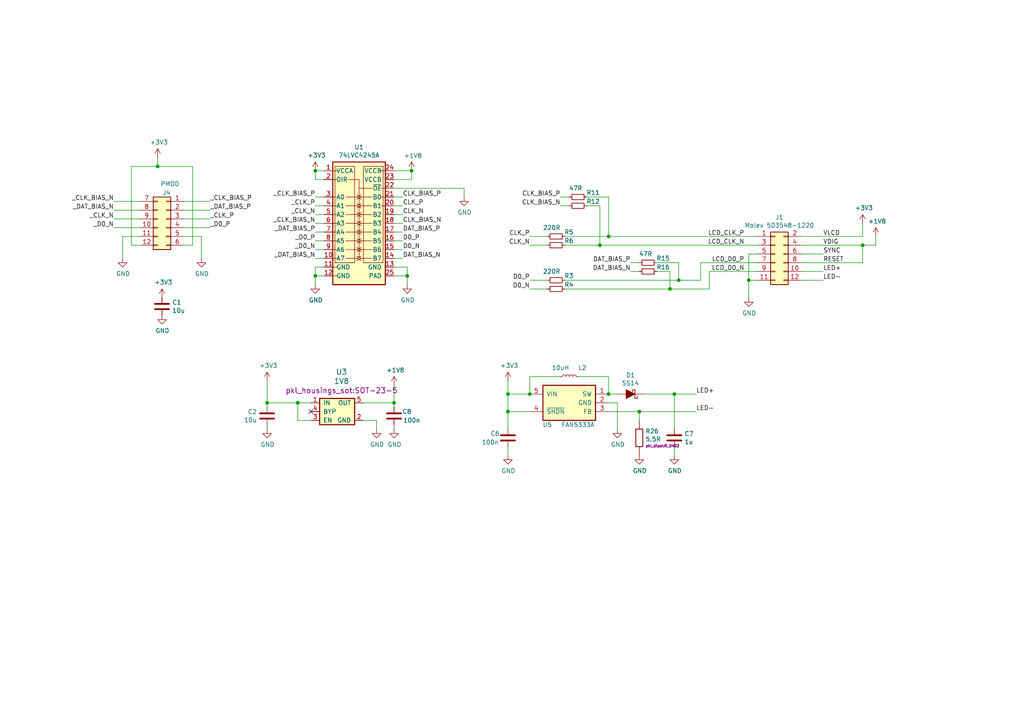
<source format=kicad_sch>
(kicad_sch (version 20230121) (generator eeschema)
  (paper "A4")
  (title_block (title "iCEBreaker PMOD - MIPI iPod 6 display") (date "2018-11-11") (rev "V1.0a") (company "GsD") (comment 1 "2018 (C) Greg Davill<greg.davill@gmail.com>") (comment 3 "License: CC-BY-SA 4.0"))
  (lib_symbols
    (symbol "Connector_Generic:Conn_02x06_Top_Bottom" (pin_names (offset 1.016) hide)
      (property "Reference" "J" (at 1.27 7.62 0))
      (property "Value" "Conn_02x06_Top_Bottom" (at 1.27 -10.16 0))
      (symbol "Conn_02x06_Top_Bottom_1_1"
        (rectangle (start -1.27 -7.493) (end 0 -7.747) (stroke (width 0.1524)))
        (rectangle (start -1.27 -4.953) (end 0 -5.207) (stroke (width 0.1524)))
        (rectangle (start -1.27 -2.413) (end 0 -2.667) (stroke (width 0.1524)))
        (rectangle (start -1.27 0.127) (end 0 -0.127) (stroke (width 0.1524)))
        (rectangle (start -1.27 2.667) (end 0 2.413) (stroke (width 0.1524)))
        (rectangle (start -1.27 5.207) (end 0 4.953) (stroke (width 0.1524)))
        (rectangle (start -1.27 6.35) (end 3.81 -8.89) (stroke (width 0.254)) (fill (type background)))
        (rectangle (start 3.81 -7.493) (end 2.54 -7.747) (stroke (width 0.1524)))
        (rectangle (start 3.81 -4.953) (end 2.54 -5.207) (stroke (width 0.1524)))
        (rectangle (start 3.81 -2.413) (end 2.54 -2.667) (stroke (width 0.1524)))
        (rectangle (start 3.81 0.127) (end 2.54 -0.127) (stroke (width 0.1524)))
        (rectangle (start 3.81 2.667) (end 2.54 2.413) (stroke (width 0.1524)))
        (rectangle (start 3.81 5.207) (end 2.54 4.953) (stroke (width 0.1524)))
        (pin passive line (at -5.08 5.08 0) (length 3.81) (name "Pin_1") (number "1"))
        (pin passive line (at 7.62 -2.54 180) (length 3.81) (name "Pin_10") (number "10"))
        (pin passive line (at 7.62 -5.08 180) (length 3.81) (name "Pin_11") (number "11"))
        (pin passive line (at 7.62 -7.62 180) (length 3.81) (name "Pin_12") (number "12"))
        (pin passive line (at -5.08 2.54 0) (length 3.81) (name "Pin_2") (number "2"))
        (pin passive line (at -5.08 0 0) (length 3.81) (name "Pin_3") (number "3"))
        (pin passive line (at -5.08 -2.54 0) (length 3.81) (name "Pin_4") (number "4"))
        (pin passive line (at -5.08 -5.08 0) (length 3.81) (name "Pin_5") (number "5"))
        (pin passive line (at -5.08 -7.62 0) (length 3.81) (name "Pin_6") (number "6"))
        (pin passive line (at 7.62 5.08 180) (length 3.81) (name "Pin_7") (number "7"))
        (pin passive line (at 7.62 2.54 180) (length 3.81) (name "Pin_8") (number "8"))
        (pin passive line (at 7.62 0 180) (length 3.81) (name "Pin_9") (number "9"))
      )
    )
    (symbol "mipi-ip6-display-rescue:74LVC4245A-pkl_misc" (pin_names (offset 1.016))
      (property "Reference" "U" (at 0 12.7 0))
      (property "Value" "pkl_misc:74LVC4245A" (at 0 10.16 0))
      (symbol "74LVC4245A-pkl_misc_0_1"
        (polyline (pts (xy -7.62 -24.13) (xy -6.35 -24.13)))
        (polyline (pts (xy -7.62 -21.59) (xy -6.35 -21.59)))
        (polyline (pts (xy -7.62 -13.97) (xy -6.35 -13.97)))
        (polyline (pts (xy -7.62 -11.43) (xy -6.35 -11.43)))
        (polyline (pts (xy -7.62 -8.89) (xy -6.35 -8.89)))
        (polyline (pts (xy -7.62 -6.35) (xy -6.35 -6.35)))
        (polyline (pts (xy -7.62 3.81) (xy -6.35 3.81)))
        (polyline (pts (xy -3.81 -1.27) (xy -0.635 -1.27)))
        (polyline (pts (xy 0 -1.27) (xy 0 -19.05)))
        (polyline (pts (xy 3.81 1.27) (xy 0 1.27)))
        (polyline (pts (xy 7.62 1.27) (xy 6.35 1.27)))
        (polyline (pts (xy -3.175 3.81) (xy 0 3.81) (xy 0 -1.27)))
      )
      (symbol "74LVC4245A-pkl_misc_1_1"
        (rectangle (start -7.62 8.89) (end 7.62 -26.67) (stroke (width 0.3302)) (fill (type background)))
        (rectangle (start -6.985 7.62) (end -1.27 -20.32))
        (polyline (pts (xy -7.62 -16.51) (xy -6.35 -16.51)))
        (polyline (pts (xy -7.62 -3.81) (xy -6.35 -3.81)))
        (polyline (pts (xy -7.62 -1.27) (xy -6.35 -1.27)))
        (polyline (pts (xy -7.62 6.35) (xy -6.35 6.35)))
        (polyline (pts (xy -6.35 -19.05) (xy -7.62 -19.05)))
        (polyline (pts (xy -0.635 -19.05) (xy -3.81 -19.05)))
        (polyline (pts (xy -0.635 -16.51) (xy -3.81 -16.51)))
        (polyline (pts (xy -0.635 -13.97) (xy -3.81 -13.97)))
        (polyline (pts (xy -0.635 -11.43) (xy -3.81 -11.43)))
        (polyline (pts (xy -0.635 -8.89) (xy -3.81 -8.89)))
        (polyline (pts (xy -0.635 -6.35) (xy -3.81 -6.35)))
        (polyline (pts (xy -0.635 -3.81) (xy -3.81 -3.81)))
        (polyline (pts (xy 0.635 -19.05) (xy 3.81 -19.05)))
        (polyline (pts (xy 0.635 -16.51) (xy 3.81 -16.51)))
        (polyline (pts (xy 0.635 -13.97) (xy 3.81 -13.97)))
        (polyline (pts (xy 0.635 -11.43) (xy 3.81 -11.43)))
        (polyline (pts (xy 0.635 -8.89) (xy 3.81 -8.89)))
        (polyline (pts (xy 0.635 -6.35) (xy 3.81 -6.35)))
        (polyline (pts (xy 0.635 -3.81) (xy 3.81 -3.81)))
        (polyline (pts (xy 0.635 -1.27) (xy 3.81 -1.27)))
        (polyline (pts (xy 7.62 -3.81) (xy 6.35 -3.81)))
        (polyline (pts (xy 7.62 -1.27) (xy 6.35 -1.27)))
        (polyline (pts (xy 7.62 6.35) (xy 6.35 6.35)))
        (polyline (pts (xy -0.635 -18.415) (xy 0.635 -19.05) (xy -0.635 -19.685)))
        (polyline (pts (xy -0.635 -15.875) (xy 0.635 -16.51) (xy -0.635 -17.145)))
        (polyline (pts (xy -0.635 -13.335) (xy 0.635 -13.97) (xy -0.635 -14.605)))
        (polyline (pts (xy -0.635 -10.795) (xy 0.635 -11.43) (xy -0.635 -12.065)))
        (polyline (pts (xy -0.635 -8.255) (xy 0.635 -8.89) (xy -0.635 -9.525)))
        (polyline (pts (xy -0.635 -5.715) (xy 0.635 -6.35) (xy -0.635 -6.985)))
        (polyline (pts (xy -0.635 -3.175) (xy 0.635 -3.81) (xy -0.635 -4.445)))
        (polyline (pts (xy -0.635 -0.635) (xy 0.635 -1.27) (xy -0.635 -1.905)))
        (polyline (pts (xy 0.635 -18.415) (xy -0.635 -19.05) (xy 0.635 -19.685)))
        (polyline (pts (xy 0.635 -15.875) (xy -0.635 -16.51) (xy 0.635 -17.145)))
        (polyline (pts (xy 0.635 -13.335) (xy -0.635 -13.97) (xy 0.635 -14.605)))
        (polyline (pts (xy 0.635 -10.795) (xy -0.635 -11.43) (xy 0.635 -12.065)))
        (polyline (pts (xy 0.635 -8.255) (xy -0.635 -8.89) (xy 0.635 -9.525)))
        (polyline (pts (xy 0.635 -5.715) (xy -0.635 -6.35) (xy 0.635 -6.985)))
        (polyline (pts (xy 0.635 -3.175) (xy -0.635 -3.81) (xy 0.635 -4.445)))
        (polyline (pts (xy 0.635 -0.635) (xy -0.635 -1.27) (xy 0.635 -1.905)))
        (rectangle (start 1.27 -20.32) (end 6.985 7.62))
        (pin passive line (at -10.16 6.35 0) (length 2.54) (name "VCCA") (number "1"))
        (pin passive line (at -10.16 -19.05 0) (length 2.54) (name "A7") (number "10"))
        (pin passive line (at -10.16 -21.59 0) (length 2.54) (name "GND") (number "11"))
        (pin passive line (at -10.16 -24.13 0) (length 2.54) (name "GND") (number "12"))
        (pin passive line (at 10.16 -21.59 180) (length 2.54) (name "GND") (number "13"))
        (pin passive line (at 10.16 -19.05 180) (length 2.54) (name "B7") (number "14"))
        (pin passive line (at 10.16 -16.51 180) (length 2.54) (name "B6") (number "15"))
        (pin passive line (at 10.16 -13.97 180) (length 2.54) (name "B5") (number "16"))
        (pin passive line (at 10.16 -11.43 180) (length 2.54) (name "B4") (number "17"))
        (pin passive line (at 10.16 -8.89 180) (length 2.54) (name "B3") (number "18"))
        (pin passive line (at 10.16 -6.35 180) (length 2.54) (name "B2") (number "19"))
        (pin passive line (at -10.16 3.81 0) (length 2.54) (name "DIR") (number "2"))
        (pin passive line (at 10.16 -3.81 180) (length 2.54) (name "B1") (number "20"))
        (pin passive line (at 10.16 -1.27 180) (length 2.54) (name "B0") (number "21"))
        (pin passive line (at 10.16 1.27 180) (length 2.54) (name "~{OE}") (number "22"))
        (pin passive line (at 10.16 3.81 180) (length 2.54) (name "VCCB") (number "23"))
        (pin passive line (at 10.16 6.35 180) (length 2.54) (name "VCCB") (number "24"))
        (pin passive line (at 10.16 -24.13 180) (length 2.54) (name "PAD") (number "25"))
        (pin passive line (at -10.16 -1.27 0) (length 2.54) (name "A0") (number "3"))
        (pin passive line (at -10.16 -3.81 0) (length 2.54) (name "A1") (number "4"))
        (pin passive line (at -10.16 -6.35 0) (length 2.54) (name "A2") (number "5"))
        (pin passive line (at -10.16 -8.89 0) (length 2.54) (name "A3") (number "6"))
        (pin passive line (at -10.16 -11.43 0) (length 2.54) (name "A4") (number "7"))
        (pin passive line (at -10.16 -13.97 0) (length 2.54) (name "A5") (number "8"))
        (pin passive line (at -10.16 -16.51 0) (length 2.54) (name "A6") (number "9"))
      )
    )
    (symbol "mipi-ip6-display-rescue:Conn_02x06_Odd_Even-conn" (pin_names (offset 1.016) hide)
      (property "Reference" "J" (at 1.27 7.62 0))
      (property "Value" "conn:Conn_02x06_Odd_Even" (at 1.27 -10.16 0))
      (symbol "Conn_02x06_Odd_Even-conn_1_1"
        (rectangle (start -1.27 -7.493) (end 0 -7.747) (stroke (width 0.1524)))
        (rectangle (start -1.27 -4.953) (end 0 -5.207) (stroke (width 0.1524)))
        (rectangle (start -1.27 -2.413) (end 0 -2.667) (stroke (width 0.1524)))
        (rectangle (start -1.27 0.127) (end 0 -0.127) (stroke (width 0.1524)))
        (rectangle (start -1.27 2.667) (end 0 2.413) (stroke (width 0.1524)))
        (rectangle (start -1.27 5.207) (end 0 4.953) (stroke (width 0.1524)))
        (rectangle (start -1.27 6.35) (end 3.81 -8.89) (stroke (width 0.254)) (fill (type background)))
        (rectangle (start 3.81 -7.493) (end 2.54 -7.747) (stroke (width 0.1524)))
        (rectangle (start 3.81 -4.953) (end 2.54 -5.207) (stroke (width 0.1524)))
        (rectangle (start 3.81 -2.413) (end 2.54 -2.667) (stroke (width 0.1524)))
        (rectangle (start 3.81 0.127) (end 2.54 -0.127) (stroke (width 0.1524)))
        (rectangle (start 3.81 2.667) (end 2.54 2.413) (stroke (width 0.1524)))
        (rectangle (start 3.81 5.207) (end 2.54 4.953) (stroke (width 0.1524)))
        (pin passive line (at -5.08 5.08 0) (length 3.81) (name "Pin_1") (number "1"))
        (pin passive line (at 7.62 -5.08 180) (length 3.81) (name "Pin_10") (number "10"))
        (pin passive line (at -5.08 -7.62 0) (length 3.81) (name "Pin_11") (number "11"))
        (pin passive line (at 7.62 -7.62 180) (length 3.81) (name "Pin_12") (number "12"))
        (pin passive line (at 7.62 5.08 180) (length 3.81) (name "Pin_2") (number "2"))
        (pin passive line (at -5.08 2.54 0) (length 3.81) (name "Pin_3") (number "3"))
        (pin passive line (at 7.62 2.54 180) (length 3.81) (name "Pin_4") (number "4"))
        (pin passive line (at -5.08 0 0) (length 3.81) (name "Pin_5") (number "5"))
        (pin passive line (at 7.62 0 180) (length 3.81) (name "Pin_6") (number "6"))
        (pin passive line (at -5.08 -2.54 0) (length 3.81) (name "Pin_7") (number "7"))
        (pin passive line (at 7.62 -2.54 180) (length 3.81) (name "Pin_8") (number "8"))
        (pin passive line (at -5.08 -5.08 0) (length 3.81) (name "Pin_9") (number "9"))
      )
    )
    (symbol "mipi-ip6-display-rescue:D_Schottky_ALT-device" (pin_numbers hide) (pin_names (offset 1.016) hide)
      (property "Reference" "D" (at 0 2.54 0))
      (property "Value" "device:D_Schottky_ALT" (at 0 -2.54 0))
      (symbol "D_Schottky_ALT-device_0_1"
        (polyline (pts (xy 1.27 0) (xy -1.27 0)))
        (polyline (pts (xy 1.27 1.27) (xy 1.27 -1.27) (xy -1.27 0) (xy 1.27 1.27)) (stroke (width 0.2032)) (fill (type outline)))
        (polyline (pts (xy -1.905 0.635) (xy -1.905 1.27) (xy -1.27 1.27) (xy -1.27 -1.27) (xy -0.635 -1.27) (xy -0.635 -0.635)) (stroke (width 0.2032)))
      )
      (symbol "D_Schottky_ALT-device_1_1"
        (pin passive line (at -3.81 0 0) (length 2.54) (name "K") (number "1"))
        (pin passive line (at 3.81 0 180) (length 2.54) (name "A") (number "2"))
      )
    )
    (symbol "mipi-ip6-display-rescue:FAN5333A-pkl_device" (pin_names (offset 1.016))
      (property "Reference" "U" (at 0 8.89 0))
      (property "Value" "pkl_device:FAN5333A" (at 0 6.35 0))
      (symbol "FAN5333A-pkl_device_0_1"
        (rectangle (start -7.62 5.08) (end 7.62 -5.08) (stroke (width 0.3302)) (fill (type background)))
      )
      (symbol "FAN5333A-pkl_device_1_1"
        (pin input line (at -11.43 2.54 0) (length 3.81) (name "SW") (number "1"))
        (pin input line (at -11.43 0 0) (length 3.81) (name "GND") (number "2"))
        (pin input line (at -11.43 -2.54 0) (length 3.81) (name "FB") (number "3"))
        (pin input line (at 11.43 -2.54 180) (length 3.81) (name "~{SHDN}") (number "4"))
        (pin input line (at 11.43 2.54 180) (length 3.81) (name "VIN") (number "5"))
      )
    )
    (symbol "mipi-ip6-display-rescue:pkl_C-pkl_device" (pin_numbers hide) (pin_names (offset 0.254))
      (property "Reference" "C" (at 0.635 2.54 0))
      (property "Value" "pkl_device:pkl_C" (at 0.635 -2.54 0))
      (symbol "pkl_C-pkl_device_0_1"
        (polyline (pts (xy -2.032 -0.762) (xy 2.032 -0.762)) (stroke (width 0.508)))
        (polyline (pts (xy -2.032 0.762) (xy 2.032 0.762)) (stroke (width 0.508)))
      )
      (symbol "pkl_C-pkl_device_1_1"
        (pin passive line (at 0 2.54 270) (length 1.524) (name "~") (number "1"))
        (pin passive line (at 0 -2.54 90) (length 1.524) (name "~") (number "2"))
      )
    )
    (symbol "mipi-ip6-display-rescue:pkl_L_Small-pkl_device" (pin_numbers hide) (pin_names (offset 0) hide)
      (property "Reference" "L" (at 1.524 1.27 0))
      (property "Value" "pkl_device:pkl_L_Small" (at 1.524 -1.27 0))
      (symbol "pkl_L_Small-pkl_device_0_1"
        (arc (start 0 -2.032) (mid 0.5058 -1.524) (end 0 -1.016))
        (arc (start 0 -1.016) (mid 0.5058 -0.508) (end 0 0))
        (arc (start 0 0) (mid 0.5058 0.508) (end 0 1.016))
        (arc (start 0 1.016) (mid 0.5058 1.524) (end 0 2.032))
      )
      (symbol "pkl_L_Small-pkl_device_1_1"
        (pin input line (at 0 -2.54 90) (length 0.508) (name "1") (number "1"))
        (pin input line (at 0 2.54 270) (length 0.508) (name "2") (number "2"))
      )
    )
    (symbol "mipi-ip6-display-rescue:pkl_R-pkl_device" (pin_numbers hide) (pin_names (offset 0))
      (property "Reference" "R" (at 2.032 0 90))
      (property "Value" "pkl_device:pkl_R" (at 0 0 90))
      (symbol "pkl_R-pkl_device_0_1"
        (rectangle (start -1.016 -2.54) (end 1.016 2.54) (stroke (width 0.254)))
      )
      (symbol "pkl_R-pkl_device_1_1"
        (pin passive line (at 0 5.08 270) (length 2.54) (name "~") (number "1"))
        (pin passive line (at 0 -5.08 90) (length 2.54) (name "~") (number "2"))
      )
    )
    (symbol "mipi-ip6-display-rescue:pkl_R_Small-pkl_device" (pin_numbers hide) (pin_names (offset 0.254) hide)
      (property "Reference" "R" (at 0.762 0.508 0))
      (property "Value" "pkl_device:pkl_R_Small" (at 0.762 -1.016 0))
      (symbol "pkl_R_Small-pkl_device_0_1"
        (rectangle (start -0.762 1.778) (end 0.762 -1.778) (stroke (width 0.2032)))
      )
      (symbol "pkl_R_Small-pkl_device_1_1"
        (pin passive line (at 0 2.54 270) (length 0.762) (name "~") (number "1"))
        (pin passive line (at 0 -2.54 90) (length 0.762) (name "~") (number "2"))
      )
    )
    (symbol "mipi-ip6-display-rescue:pkl_VREG_5PIN_FIXED-pkl_device" (pin_names (offset 1.016))
      (property "Reference" "U" (at -3.81 -5.08 0))
      (property "Value" "pkl_device:pkl_VREG_5PIN_FIXED" (at 0 5.08 0))
      (symbol "pkl_VREG_5PIN_FIXED-pkl_device_0_1"
        (rectangle (start -5.08 3.81) (end 5.08 -3.81) (stroke (width 0.3302)) (fill (type background)))
      )
      (symbol "pkl_VREG_5PIN_FIXED-pkl_device_1_1"
        (pin power_in line (at -7.62 2.54 0) (length 2.54) (name "IN") (number "1"))
        (pin power_in line (at 7.62 -2.54 180) (length 2.54) (name "GND") (number "2"))
        (pin input line (at -7.62 -2.54 0) (length 2.54) (name "EN") (number "3"))
        (pin power_out line (at -7.62 0 0) (length 2.54) (name "BYP") (number "4"))
        (pin power_out line (at 7.62 2.54 180) (length 2.54) (name "OUT") (number "5"))
      )
    )
    (symbol "power:+1V8" (power) (pin_names (offset 0))
      (property "Value" "+1V8" (at 0 3.556 0))
      (symbol "+1V8_0_1"
        (polyline (pts (xy -0.762 1.27) (xy 0 2.54)))
        (polyline (pts (xy 0 0) (xy 0 2.54)))
        (polyline (pts (xy 0 2.54) (xy 0.762 1.27)))
      )
      (symbol "+1V8_1_1"
        (pin power_in line (at 0 0 90) (length 0) hide (name "+1V8") (number "1"))
      )
    )
    (symbol "power:+3V3" (power) (pin_names (offset 0))
      (property "Value" "+3V3" (at 0 3.556 0))
      (symbol "+3V3_0_1"
        (polyline (pts (xy -0.762 1.27) (xy 0 2.54)))
        (polyline (pts (xy 0 0) (xy 0 2.54)))
        (polyline (pts (xy 0 2.54) (xy 0.762 1.27)))
      )
      (symbol "+3V3_1_1"
        (pin power_in line (at 0 0 90) (length 0) hide (name "+3V3") (number "1"))
      )
    )
    (symbol "power:GND" (power) (pin_names (offset 0))
      (property "Value" "GND" (at 0 -3.81 0))
      (symbol "GND_0_1"
        (polyline (pts (xy 0 0) (xy 0 -1.27) (xy 1.27 -1.27) (xy 0 -2.54) (xy -1.27 -1.27) (xy 0 -1.27)))
      )
      (symbol "GND_1_1"
        (pin power_in line (at 0 0 270) (length 0) hide (name "GND") (number "1"))
      )
    )
  )
  (junction (at 91.44 80.01))
  (junction (at 91.44 49.53))
  (junction (at 119.38 49.53))
  (junction (at 147.32 114.3))
  (junction (at 77.47 116.84))
  (junction (at 45.72 48.26))
  (junction (at 185.42 119.38))
  (junction (at 176.53 114.3))
  (junction (at 153.67 114.3))
  (junction (at 195.58 114.3))
  (junction (at 86.36 116.84))
  (junction (at 118.11 80.01))
  (junction (at 176.53 68.58))
  (junction (at 217.17 81.28))
  (junction (at 194.31 83.82))
  (junction (at 250.19 71.12))
  (junction (at 147.32 119.38))
  (junction (at 114.3 116.84))
  (junction (at 196.85 81.28))
  (junction (at 173.99 71.12))
  (no_connect (at 90.17 119.38))
  (wire (pts (xy 179.07 116.84) (xy 179.07 124.46)))
  (wire (pts (xy 90.17 121.92) (xy 86.36 121.92)))
  (wire (pts (xy 158.75 83.82) (xy 153.67 83.82)))
  (wire (pts (xy 53.34 66.04) (xy 60.96 66.04)))
  (wire (pts (xy 176.53 109.22) (xy 176.53 114.3)))
  (wire (pts (xy 93.98 74.93) (xy 91.44 74.93)))
  (wire (pts (xy 153.67 109.22) (xy 162.56 109.22)))
  (wire (pts (xy 250.19 76.2) (xy 250.19 71.12)))
  (wire (pts (xy 163.83 81.28) (xy 196.85 81.28)))
  (wire (pts (xy 114.3 72.39) (xy 116.84 72.39)))
  (wire (pts (xy 40.64 71.12) (xy 38.1 71.12)))
  (wire (pts (xy 114.3 64.77) (xy 116.84 64.77)))
  (wire (pts (xy 38.1 48.26) (xy 38.1 71.12)))
  (wire (pts (xy 93.98 49.53) (xy 91.44 49.53)))
  (wire (pts (xy 77.47 116.84) (xy 77.47 110.49)))
  (wire (pts (xy 163.83 68.58) (xy 176.53 68.58)))
  (wire (pts (xy 93.98 57.15) (xy 91.44 57.15)))
  (wire (pts (xy 77.47 118.11) (xy 77.47 116.84)))
  (wire (pts (xy 158.75 81.28) (xy 153.67 81.28)))
  (wire (pts (xy 53.34 63.5) (xy 60.96 63.5)))
  (wire (pts (xy 119.38 52.07) (xy 119.38 49.53)))
  (wire (pts (xy 232.41 68.58) (xy 250.19 68.58)))
  (wire (pts (xy 196.85 76.2) (xy 196.85 81.28)))
  (wire (pts (xy 195.58 132.08) (xy 195.58 129.54)))
  (wire (pts (xy 170.18 57.15) (xy 176.53 57.15)))
  (wire (pts (xy 93.98 52.07) (xy 91.44 52.07)))
  (wire (pts (xy 55.88 48.26) (xy 55.88 71.12)))
  (wire (pts (xy 196.85 81.28) (xy 203.2 81.28)))
  (wire (pts (xy 86.36 121.92) (xy 86.36 116.84)))
  (wire (pts (xy 93.98 69.85) (xy 91.44 69.85)))
  (wire (pts (xy 114.3 67.31) (xy 116.84 67.31)))
  (wire (pts (xy 114.3 54.61) (xy 134.62 54.61)))
  (wire (pts (xy 153.67 114.3) (xy 147.32 114.3)))
  (wire (pts (xy 93.98 67.31) (xy 91.44 67.31)))
  (wire (pts (xy 170.18 59.69) (xy 173.99 59.69)))
  (wire (pts (xy 93.98 80.01) (xy 91.44 80.01)))
  (wire (pts (xy 86.36 116.84) (xy 77.47 116.84)))
  (wire (pts (xy 176.53 116.84) (xy 179.07 116.84)))
  (wire (pts (xy 217.17 73.66) (xy 217.17 81.28)))
  (wire (pts (xy 40.64 68.58) (xy 35.56 68.58)))
  (wire (pts (xy 53.34 68.58) (xy 58.42 68.58)))
  (wire (pts (xy 232.41 76.2) (xy 250.19 76.2)))
  (wire (pts (xy 45.72 45.72) (xy 45.72 48.26)))
  (wire (pts (xy 118.11 77.47) (xy 114.3 77.47)))
  (wire (pts (xy 90.17 116.84) (xy 86.36 116.84)))
  (wire (pts (xy 165.1 59.69) (xy 162.56 59.69)))
  (wire (pts (xy 114.3 118.11) (xy 114.3 116.84)))
  (wire (pts (xy 91.44 49.53) (xy 91.44 52.07)))
  (wire (pts (xy 176.53 114.3) (xy 179.07 114.3)))
  (wire (pts (xy 185.42 76.2) (xy 182.88 76.2)))
  (wire (pts (xy 91.44 80.01) (xy 91.44 82.55)))
  (wire (pts (xy 158.75 71.12) (xy 153.67 71.12)))
  (wire (pts (xy 114.3 123.19) (xy 114.3 124.46)))
  (wire (pts (xy 147.32 114.3) (xy 147.32 119.38)))
  (wire (pts (xy 53.34 58.42) (xy 60.96 58.42)))
  (wire (pts (xy 114.3 57.15) (xy 116.84 57.15)))
  (wire (pts (xy 114.3 59.69) (xy 116.84 59.69)))
  (wire (pts (xy 114.3 74.93) (xy 116.84 74.93)))
  (wire (pts (xy 205.74 78.74) (xy 219.71 78.74)))
  (wire (pts (xy 232.41 71.12) (xy 250.19 71.12)))
  (wire (pts (xy 40.64 63.5) (xy 33.02 63.5)))
  (wire (pts (xy 232.41 81.28) (xy 238.76 81.28)))
  (wire (pts (xy 153.67 119.38) (xy 147.32 119.38)))
  (wire (pts (xy 118.11 80.01) (xy 118.11 77.47)))
  (wire (pts (xy 219.71 73.66) (xy 217.17 73.66)))
  (wire (pts (xy 232.41 73.66) (xy 238.76 73.66)))
  (wire (pts (xy 153.67 114.3) (xy 153.67 109.22)))
  (wire (pts (xy 186.69 114.3) (xy 195.58 114.3)))
  (wire (pts (xy 217.17 81.28) (xy 217.17 86.36)))
  (wire (pts (xy 147.32 129.54) (xy 147.32 132.08)))
  (wire (pts (xy 185.42 78.74) (xy 182.88 78.74)))
  (wire (pts (xy 45.72 48.26) (xy 38.1 48.26)))
  (wire (pts (xy 163.83 71.12) (xy 173.99 71.12)))
  (wire (pts (xy 173.99 59.69) (xy 173.99 71.12)))
  (wire (pts (xy 158.75 68.58) (xy 153.67 68.58)))
  (wire (pts (xy 91.44 77.47) (xy 91.44 80.01)))
  (wire (pts (xy 147.32 114.3) (xy 147.32 110.49)))
  (wire (pts (xy 195.58 114.3) (xy 201.93 114.3)))
  (wire (pts (xy 194.31 83.82) (xy 205.74 83.82)))
  (wire (pts (xy 55.88 48.26) (xy 45.72 48.26)))
  (wire (pts (xy 114.3 69.85) (xy 116.84 69.85)))
  (wire (pts (xy 105.41 116.84) (xy 114.3 116.84)))
  (wire (pts (xy 167.64 109.22) (xy 176.53 109.22)))
  (wire (pts (xy 114.3 116.84) (xy 114.3 111.76)))
  (wire (pts (xy 40.64 58.42) (xy 33.02 58.42)))
  (wire (pts (xy 93.98 64.77) (xy 91.44 64.77)))
  (wire (pts (xy 77.47 123.19) (xy 77.47 124.46)))
  (wire (pts (xy 176.53 57.15) (xy 176.53 68.58)))
  (wire (pts (xy 219.71 81.28) (xy 217.17 81.28)))
  (wire (pts (xy 40.64 60.96) (xy 33.02 60.96)))
  (wire (pts (xy 250.19 71.12) (xy 254 71.12)))
  (wire (pts (xy 134.62 54.61) (xy 134.62 57.15)))
  (wire (pts (xy 35.56 68.58) (xy 35.56 74.93)))
  (wire (pts (xy 203.2 76.2) (xy 203.2 81.28)))
  (wire (pts (xy 205.74 83.82) (xy 205.74 78.74)))
  (wire (pts (xy 147.32 119.38) (xy 147.32 124.46)))
  (wire (pts (xy 195.58 124.46) (xy 195.58 114.3)))
  (wire (pts (xy 176.53 119.38) (xy 185.42 119.38)))
  (wire (pts (xy 93.98 72.39) (xy 91.44 72.39)))
  (wire (pts (xy 173.99 71.12) (xy 219.71 71.12)))
  (wire (pts (xy 219.71 76.2) (xy 203.2 76.2)))
  (wire (pts (xy 163.83 83.82) (xy 194.31 83.82)))
  (wire (pts (xy 40.64 66.04) (xy 33.02 66.04)))
  (wire (pts (xy 250.19 68.58) (xy 250.19 64.77)))
  (wire (pts (xy 53.34 60.96) (xy 60.96 60.96)))
  (wire (pts (xy 109.22 121.92) (xy 109.22 124.46)))
  (wire (pts (xy 190.5 76.2) (xy 196.85 76.2)))
  (wire (pts (xy 93.98 59.69) (xy 91.44 59.69)))
  (wire (pts (xy 185.42 121.92) (xy 185.42 119.38)))
  (wire (pts (xy 254 71.12) (xy 254 68.58)))
  (wire (pts (xy 53.34 71.12) (xy 55.88 71.12)))
  (wire (pts (xy 232.41 78.74) (xy 238.76 78.74)))
  (wire (pts (xy 165.1 57.15) (xy 162.56 57.15)))
  (wire (pts (xy 105.41 121.92) (xy 109.22 121.92)))
  (wire (pts (xy 176.53 68.58) (xy 219.71 68.58)))
  (wire (pts (xy 93.98 77.47) (xy 91.44 77.47)))
  (wire (pts (xy 190.5 78.74) (xy 194.31 78.74)))
  (wire (pts (xy 114.3 62.23) (xy 116.84 62.23)))
  (wire (pts (xy 185.42 119.38) (xy 201.93 119.38)))
  (wire (pts (xy 93.98 62.23) (xy 91.44 62.23)))
  (wire (pts (xy 114.3 49.53) (xy 119.38 49.53)))
  (wire (pts (xy 114.3 80.01) (xy 118.11 80.01)))
  (wire (pts (xy 118.11 82.55) (xy 118.11 80.01)))
  (wire (pts (xy 58.42 68.58) (xy 58.42 74.93)))
  (wire (pts (xy 114.3 52.07) (xy 119.38 52.07)))
  (wire (pts (xy 194.31 78.74) (xy 194.31 83.82)))
  (label "_CLK_N" (at 33.02 63.5 180))
  (label "LED-" (at 201.93 119.38 0))
  (label "_DAT_BIAS_P" (at 60.96 60.96 0))
  (label "_CLK_P" (at 91.44 59.69 180))
  (label "DAT_BIAS_N" (at 116.84 74.93 0))
  (label "_CLK_P" (at 60.96 63.5 0))
  (label "LCD_CLK_N" (at 215.9 71.12 180))
  (label "CLK_BIAS_P" (at 162.56 57.15 180))
  (label "D0_N" (at 153.67 83.82 180))
  (label "DAT_BIAS_P" (at 182.88 76.2 180))
  (label "_DAT_BIAS_N" (at 33.02 60.96 180))
  (label "D0_P" (at 153.67 81.28 180))
  (label "CLK_BIAS_P" (at 116.84 57.15 0))
  (label "VLCD" (at 238.76 68.58 0))
  (label "RESET" (at 238.76 76.2 0))
  (label "LCD_CLK_P" (at 215.9 68.58 180))
  (label "_CLK_BIAS_P" (at 91.44 57.15 180))
  (label "_CLK_BIAS_N" (at 91.44 64.77 180))
  (label "D0_N" (at 116.84 72.39 0))
  (label "LCD_D0_N" (at 215.9 78.74 180))
  (label "_DAT_BIAS_N" (at 91.44 74.93 180))
  (label "_CLK_BIAS_P" (at 60.96 58.42 0))
  (label "CLK_P" (at 116.84 59.69 0))
  (label "LED-" (at 238.76 81.28 0))
  (label "LED+" (at 201.93 114.3 0))
  (label "CLK_N" (at 116.84 62.23 0))
  (label "_D0_N" (at 33.02 66.04 180))
  (label "_D0_P" (at 91.44 69.85 180))
  (label "VDIG" (at 238.76 71.12 0))
  (label "CLK_P" (at 153.67 68.58 180))
  (label "SYNC" (at 238.76 73.66 0))
  (label "DAT_BIAS_P" (at 116.84 67.31 0))
  (label "LCD_D0_P" (at 215.9 76.2 180))
  (label "DAT_BIAS_N" (at 182.88 78.74 180))
  (label "CLK_N" (at 153.67 71.12 180))
  (label "LED+" (at 238.76 78.74 0))
  (label "CLK_BIAS_N" (at 162.56 59.69 180))
  (label "D0_P" (at 116.84 69.85 0))
  (label "CLK_BIAS_N" (at 116.84 64.77 0))
  (label "_CLK_BIAS_N" (at 33.02 58.42 180))
  (label "_D0_N" (at 91.44 72.39 180))
  (label "_D0_P" (at 60.96 66.04 0))
  (label "_CLK_N" (at 91.44 62.23 180))
  (label "_DAT_BIAS_P" (at 91.44 67.31 180))
  (symbol (lib_id "power:GND") (at 58.42 74.93 0) (unit 1)
    (property "Reference" "#PWR0105" (effects hide))
    (property "Value" "GND" (at 58.547 79.4004 0))
  )
  (symbol (lib_id "power:GND") (at 35.56 74.93 0) (unit 1)
    (property "Reference" "#PWR0106" (effects hide))
    (property "Value" "GND" (at 35.687 79.4004 0))
  )
  (symbol (lib_id "Connector_Generic:Conn_02x06_Top_Bottom") (at 48.26 63.5 0) (mirror y) (unit 1)
    (property "Reference" "J4" (at 49.53 55.88 0) (effects (justify left)))
    (property "Value" "PMOD" (at 52.07 53.34 0) (effects (justify left)))
    (property "Footprint" "pkl_connectors:PMODHeader_2x06_P2.54mm_Horizontal" (effects hide))
    (property "Source" "ANY" (effects hide))
  )
  (symbol (lib_id "power:+3V3") (at 45.72 45.72 0) (unit 1)
    (property "Reference" "#PWR0102" (effects hide))
    (property "Value" "+3V3" (at 46.101 41.2496 0))
  )
  (symbol (lib_id "mipi-ip6-display-rescue:pkl_C-pkl_device") (at 46.99 88.9 0) (unit 1)
    (property "Reference" "C1" (at 49.911 87.7062 0) (effects (justify left)))
    (property "Value" "10u" (at 49.911 90.0684 0) (effects (justify left)))
    (property "Footprint" "pkl_dipol:C_0603" (effects hide))
    (property "Key" "cap-cer-0603-10u" (effects hide))
    (property "Source" "ANY" (effects hide))
  )
  (symbol (lib_id "power:+3V3") (at 46.99 86.36 0) (unit 1)
    (property "Reference" "#PWR0103" (effects hide))
    (property "Value" "+3V3" (at 47.371 81.8896 0))
  )
  (symbol (lib_id "power:GND") (at 46.99 91.44 0) (unit 1)
    (property "Reference" "#PWR0104" (effects hide))
    (property "Value" "GND" (at 47.117 95.9104 0))
  )
  (symbol (lib_id "mipi-ip6-display-rescue:FAN5333A-pkl_device") (at 165.1 116.84 0) (mirror y) (unit 1)
    (property "Reference" "U5" (at 158.75 123.19 0))
    (property "Value" "FAN5333A" (at 167.64 123.19 0))
    (property "Footprint" "pkl_housings_sot:SOT-23-5" (effects hide))
    (property "Mfg" "ON Semiconductor" (effects hide))
    (property "PN" "FAN5333ASX" (effects hide))
    (property "SN-DK" "FAN5333ASXCT-ND" (effects hide))
  )
  (symbol (lib_id "mipi-ip6-display-rescue:pkl_C-pkl_device") (at 77.47 120.65 0) (mirror y) (unit 1)
    (property "Reference" "C2" (at 74.549 119.4562 0) (effects (justify left)))
    (property "Value" "10u" (at 74.549 121.8184 0) (effects (justify left)))
    (property "Footprint" "pkl_dipol:C_0603" (effects hide))
    (property "Key" "cap-cer-0603-10u" (effects hide))
    (property "Source" "ANY" (effects hide))
  )
  (symbol (lib_id "mipi-ip6-display-rescue:pkl_R_Small-pkl_device") (at 161.29 68.58 270) (unit 1)
    (property "Reference" "R5" (at 166.37 67.31 90) (effects (justify right)))
    (property "Value" "220R" (at 162.56 66.04 90) (effects (justify right)))
    (property "Footprint" "pkl_dipol:R_0402" (effects hide))
    (property "Key" "res-0402-10k" (effects hide))
    (property "Mfg" "Yageo" (effects hide))
    (property "PN" "RC0402JR-07220RL" (effects hide))
    (property "SN-DK" "311-220JRCT-ND" (effects hide))
  )
  (symbol (lib_id "mipi-ip6-display-rescue:pkl_R_Small-pkl_device") (at 161.29 71.12 270) (unit 1)
    (property "Reference" "R6" (at 166.37 69.85 90) (effects (justify right)))
    (property "Value" "220R" (effects hide))
    (property "Footprint" "pkl_dipol:R_0402" (effects hide))
    (property "Key" "res-0402-10k" (effects hide))
    (property "Mfg" "Yageo" (effects hide))
    (property "PN" "RC0402JR-07220RL" (effects hide))
    (property "SN-DK" "311-220JRCT-ND" (effects hide))
  )
  (symbol (lib_id "mipi-ip6-display-rescue:pkl_R_Small-pkl_device") (at 167.64 57.15 270) (unit 1)
    (property "Reference" "R11" (at 173.99 55.88 90) (effects (justify right)))
    (property "Value" "47R" (at 168.91 54.61 90) (effects (justify right)))
    (property "Footprint" "pkl_dipol:R_0402" (effects hide))
    (property "Key" "res-0402-10k" (effects hide))
    (property "Mfg" "Yageo" (effects hide))
    (property "PN" "RC0402JR-0747RL" (effects hide))
    (property "SN-DK" "311-47JRCT-ND" (effects hide))
  )
  (symbol (lib_id "mipi-ip6-display-rescue:pkl_R_Small-pkl_device") (at 167.64 59.69 270) (unit 1)
    (property "Reference" "R12" (at 173.99 58.42 90) (effects (justify right)))
    (property "Value" "47R" (effects hide))
    (property "Footprint" "pkl_dipol:R_0402" (effects hide))
    (property "Key" "res-0402-10k" (effects hide))
    (property "Mfg" "Yageo" (effects hide))
    (property "PN" "RC0402JR-0747RL" (effects hide))
    (property "SN-DK" "311-47JRCT-ND" (effects hide))
  )
  (symbol (lib_id "mipi-ip6-display-rescue:pkl_R_Small-pkl_device") (at 161.29 81.28 270) (unit 1)
    (property "Reference" "R3" (at 166.37 80.01 90) (effects (justify right)))
    (property "Value" "220R" (at 162.56 78.74 90) (effects (justify right)))
    (property "Footprint" "pkl_dipol:R_0402" (effects hide))
    (property "Key" "res-0402-10k" (effects hide))
    (property "Mfg" "Yageo" (effects hide))
    (property "PN" "RC0402JR-07220RL" (effects hide))
    (property "SN-DK" "311-220JRCT-ND" (effects hide))
  )
  (symbol (lib_id "mipi-ip6-display-rescue:pkl_R_Small-pkl_device") (at 161.29 83.82 270) (unit 1)
    (property "Reference" "R4" (at 166.37 82.55 90) (effects (justify right)))
    (property "Value" "220R" (effects hide))
    (property "Footprint" "pkl_dipol:R_0402" (effects hide))
    (property "Key" "res-0402-10k" (effects hide))
    (property "Mfg" "Yageo" (effects hide))
    (property "PN" "RC0402JR-07220RL" (effects hide))
    (property "SN-DK" "311-220JRCT-ND" (effects hide))
  )
  (symbol (lib_id "mipi-ip6-display-rescue:pkl_R_Small-pkl_device") (at 187.96 76.2 270) (unit 1)
    (property "Reference" "R15" (at 194.31 74.93 90) (effects (justify right)))
    (property "Value" "47R" (at 189.23 73.66 90) (effects (justify right)))
    (property "Footprint" "pkl_dipol:R_0402" (effects hide))
    (property "Key" "res-0402-10k" (effects hide))
    (property "Mfg" "Yageo" (effects hide))
    (property "PN" "RC0402JR-0747RL" (effects hide))
    (property "SN-DK" "311-47JRCT-ND" (effects hide))
  )
  (symbol (lib_id "mipi-ip6-display-rescue:pkl_R_Small-pkl_device") (at 187.96 78.74 270) (unit 1)
    (property "Reference" "R16" (at 194.31 77.47 90) (effects (justify right)))
    (property "Value" "47R" (effects hide))
    (property "Footprint" "pkl_dipol:R_0402" (effects hide))
    (property "Key" "res-0402-10k" (effects hide))
    (property "Mfg" "Yageo" (effects hide))
    (property "PN" "RC0402JR-0747RL" (effects hide))
    (property "SN-DK" "311-47JRCT-ND" (effects hide))
  )
  (symbol (lib_id "mipi-ip6-display-rescue:74LVC4245A-pkl_misc") (at 104.14 55.88 0) (unit 1)
    (property "Reference" "U1" (at 104.14 42.6974 0))
    (property "Value" "74LVC4245A" (at 104.14 45.0088 0))
    (property "Footprint" "pkl_housings_dfn_qfn:DHVQFN-24-1EP_5.5x3.5mm_P0.5mm" (effects hide))
    (property "Mfg" "Nexperia USA Inc." (effects hide))
    (property "PN" "74LVC4245ABQ,118" (effects hide))
    (property "SN-DK" "1727-2075-1-ND" (effects hide))
  )
  (symbol (lib_id "power:GND") (at 118.11 82.55 0) (unit 1)
    (property "Reference" "#PWR0110" (effects hide))
    (property "Value" "GND" (at 118.237 87.0204 0))
  )
  (symbol (lib_id "mipi-ip6-display-rescue:Conn_02x06_Odd_Even-conn") (at 224.79 73.66 0) (unit 1)
    (property "Reference" "J1" (at 226.06 63.0682 0))
    (property "Value" "Molex 503548-1220" (at 226.06 65.3796 0))
    (property "Mfg" "Molex, LLC" (effects hide))
    (property "PN" "5035481220" (effects hide))
    (property "SN-DK" "WM4662CT-ND" (effects hide))
  )
  (symbol (lib_id "power:GND") (at 185.42 132.08 0) (unit 1)
    (property "Reference" "#PWR0115" (effects hide))
    (property "Value" "GND" (at 185.547 136.5504 0))
  )
  (symbol (lib_id "power:GND") (at 217.17 86.36 0) (unit 1)
    (property "Reference" "#PWR0101" (effects hide))
    (property "Value" "GND" (at 217.297 90.8304 0))
  )
  (symbol (lib_id "power:+3V3") (at 91.44 49.53 0) (unit 1)
    (property "Reference" "#PWR0121" (effects hide))
    (property "Value" "+3V3" (at 91.821 45.0596 0))
  )
  (symbol (lib_id "power:+1V8") (at 119.38 49.53 0) (unit 1)
    (property "Reference" "#PWR0122" (effects hide))
    (property "Value" "+1V8" (at 119.761 45.1358 0))
  )
  (symbol (lib_id "power:GND") (at 91.44 82.55 0) (unit 1)
    (property "Reference" "#PWR0123" (effects hide))
    (property "Value" "GND" (at 91.567 87.0204 0))
  )
  (symbol (lib_id "power:GND") (at 134.62 57.15 0) (unit 1)
    (property "Reference" "#PWR0124" (effects hide))
    (property "Value" "GND" (at 134.747 61.6204 0))
  )
  (symbol (lib_id "power:GND") (at 77.47 124.46 0) (unit 1)
    (property "Reference" "#PWR0107" (effects hide))
    (property "Value" "GND" (at 77.597 128.9304 0))
  )
  (symbol (lib_id "power:+1V8") (at 254 68.58 0) (unit 1)
    (property "Reference" "#PWR0108" (effects hide))
    (property "Value" "+1V8" (at 254.381 64.1858 0))
  )
  (symbol (lib_id "power:+3V3") (at 250.19 64.77 0) (unit 1)
    (property "Reference" "#PWR0109" (effects hide))
    (property "Value" "+3V3" (at 250.571 60.2996 0))
  )
  (symbol (lib_id "power:+3V3") (at 147.32 110.49 0) (unit 1)
    (property "Reference" "#PWR0112" (effects hide))
    (property "Value" "+3V3" (at 147.701 106.0196 0))
  )
  (symbol (lib_id "mipi-ip6-display-rescue:pkl_C-pkl_device") (at 147.32 127 0) (unit 1)
    (property "Reference" "C6" (at 142.24 125.73 0) (effects (justify left)))
    (property "Value" "100n" (at 139.7 128.27 0) (effects (justify left)))
    (property "Footprint" "pkl_dipol:C_0402" (effects hide))
    (property "Key" "cap-cer-0402-100n" (effects hide))
    (property "Source" "ANY" (effects hide))
  )
  (symbol (lib_id "mipi-ip6-display-rescue:pkl_L_Small-pkl_device") (at 165.1 109.22 90) (unit 1)
    (property "Reference" "L2" (at 168.91 106.68 90))
    (property "Value" "10uH" (at 162.56 106.68 90))
    (property "Footprint" "pkl_dipol:L_0603" (effects hide))
    (property "Mfg" "TDK Corporation" (effects hide))
    (property "PN" "MLZ1608M100WT000" (effects hide))
    (property "SN-DK" "445-6389-1-ND" (effects hide))
  )
  (symbol (lib_id "mipi-ip6-display-rescue:D_Schottky_ALT-device") (at 182.88 114.3 180) (unit 1)
    (property "Reference" "D1" (at 182.88 108.8136 0))
    (property "Value" "SS14" (at 182.88 111.125 0))
    (property "Footprint" "pkl_dipol:L_0603" (effects hide))
    (property "Mfg" "AVX Corporation" (effects hide))
    (property "PN" "SD0603S040S0R2" (effects hide))
    (property "SN-DK" "478-7798-1-ND" (effects hide))
  )
  (symbol (lib_id "mipi-ip6-display-rescue:pkl_R-pkl_device") (at 185.42 127 0) (unit 1)
    (property "Reference" "R26" (at 187.198 125.0696 0) (effects (justify left)))
    (property "Value" "5.5R" (at 187.198 127.381 0) (effects (justify left)))
    (property "Footprint" "pkl_dipol:R_0402" (at 187.198 129.3114 0) (effects (font (size 0.762 0.762)) (justify left)))
    (property "Mfg" "Stackpole Electronics Inc." (effects hide))
    (property "PN" "RNCF0603DTE5R60" (effects hide))
    (property "SN-DK" "RNCF0603DTE5R60CT-ND" (effects hide))
  )
  (symbol (lib_id "power:GND") (at 179.07 124.46 0) (unit 1)
    (property "Reference" "#PWR0113" (effects hide))
    (property "Value" "GND" (at 179.197 128.9304 0))
  )
  (symbol (lib_id "power:GND") (at 147.32 132.08 0) (unit 1)
    (property "Reference" "#PWR0114" (effects hide))
    (property "Value" "GND" (at 147.447 136.5504 0))
  )
  (symbol (lib_id "mipi-ip6-display-rescue:pkl_C-pkl_device") (at 195.58 127 0) (unit 1)
    (property "Reference" "C7" (at 198.501 125.8062 0) (effects (justify left)))
    (property "Value" "1u" (at 198.501 128.1684 0) (effects (justify left)))
    (property "Footprint" "pkl_dipol:C_0603" (effects hide))
    (property "Key" "cap-cer-0603-10u" (effects hide))
    (property "Source" "ANY" (effects hide))
  )
  (symbol (lib_id "power:GND") (at 195.58 132.08 0) (unit 1)
    (property "Reference" "#PWR0116" (effects hide))
    (property "Value" "GND" (at 195.707 136.5504 0))
  )
  (symbol (lib_id "mipi-ip6-display-rescue:pkl_VREG_5PIN_FIXED-pkl_device") (at 97.79 119.38 0) (unit 1)
    (property "Reference" "U3" (at 99.06 107.8738 0) (effects (font (size 1.524 1.524))))
    (property "Value" "1V8" (at 99.06 110.5662 0) (effects (font (size 1.524 1.524))))
    (property "Footprint" "pkl_housings_sot:SOT-23-5" (at 99.06 113.2586 0) (effects (font (size 1.524 1.524))))
    (property "Mfg" "Microchip Technology" (effects hide))
    (property "PN" "MIC5317-1.8YM5-TR" (effects hide))
    (property "SN-DK" "MIC5317-1.8YM5-CT-ND" (effects hide))
  )
  (symbol (lib_id "power:+3V3") (at 77.47 110.49 0) (unit 1)
    (property "Reference" "#PWR0117" (effects hide))
    (property "Value" "+3V3" (at 77.851 106.0196 0))
  )
  (symbol (lib_id "power:+1V8") (at 114.3 111.76 0) (unit 1)
    (property "Reference" "#PWR0118" (effects hide))
    (property "Value" "+1V8" (at 114.681 107.3658 0))
  )
  (symbol (lib_id "mipi-ip6-display-rescue:pkl_C-pkl_device") (at 114.3 120.65 0) (mirror y) (unit 1)
    (property "Reference" "C8" (at 119.38 119.38 0) (effects (justify left)))
    (property "Value" "100n" (at 121.92 121.92 0) (effects (justify left)))
    (property "Footprint" "pkl_dipol:C_0402" (effects hide))
    (property "Key" "cap-cer-0402-100n" (effects hide))
    (property "Source" "ANY" (effects hide))
  )
  (symbol (lib_id "power:GND") (at 114.3 124.46 0) (unit 1)
    (property "Reference" "#PWR0119" (effects hide))
    (property "Value" "GND" (at 114.427 128.9304 0))
  )
  (symbol (lib_id "power:GND") (at 109.22 124.46 0) (unit 1)
    (property "Reference" "#PWR0120" (effects hide))
    (property "Value" "GND" (at 109.347 128.9304 0))
  )
)
</source>
